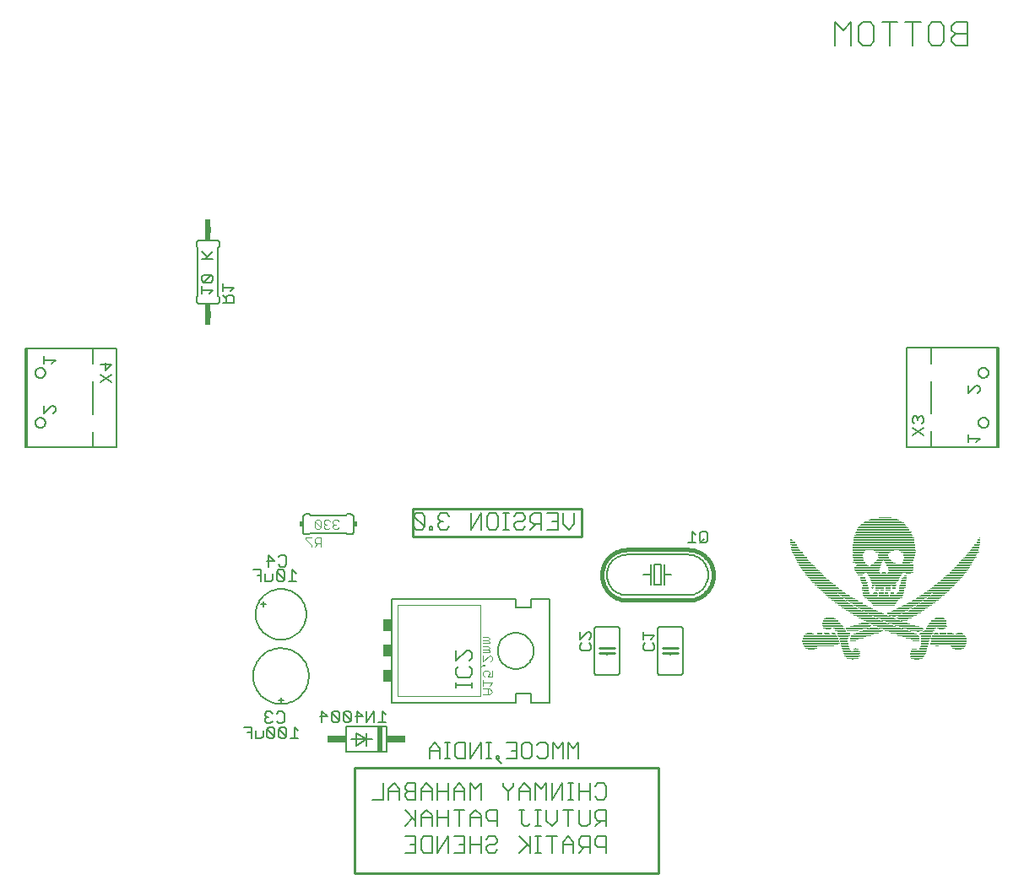
<source format=gbo>
G75*
%MOIN*%
%OFA0B0*%
%FSLAX24Y24*%
%IPPOS*%
%LPD*%
%AMOC8*
5,1,8,0,0,1.08239X$1,22.5*
%
%ADD10C,0.0080*%
%ADD11C,0.0060*%
%ADD12C,0.0100*%
%ADD13R,0.0066X0.0033*%
%ADD14R,0.0167X0.0033*%
%ADD15R,0.0334X0.0033*%
%ADD16R,0.0367X0.0033*%
%ADD17R,0.0466X0.0033*%
%ADD18R,0.0467X0.0033*%
%ADD19R,0.0500X0.0033*%
%ADD20R,0.0533X0.0033*%
%ADD21R,0.0567X0.0033*%
%ADD22R,0.0566X0.0033*%
%ADD23R,0.0600X0.0033*%
%ADD24R,0.0566X0.0033*%
%ADD25R,0.0600X0.0033*%
%ADD26R,0.0634X0.0033*%
%ADD27R,0.0633X0.0033*%
%ADD28R,0.0634X0.0033*%
%ADD29R,0.0633X0.0033*%
%ADD30R,0.0300X0.0033*%
%ADD31R,0.0233X0.0033*%
%ADD32R,0.0333X0.0033*%
%ADD33R,0.0233X0.0033*%
%ADD34R,0.0234X0.0033*%
%ADD35R,0.0267X0.0033*%
%ADD36R,0.0333X0.0033*%
%ADD37R,0.0033X0.0033*%
%ADD38R,0.0400X0.0033*%
%ADD39R,0.0434X0.0033*%
%ADD40R,0.0300X0.0033*%
%ADD41R,0.0266X0.0033*%
%ADD42R,0.0266X0.0033*%
%ADD43R,0.1200X0.0033*%
%ADD44R,0.0267X0.0033*%
%ADD45R,0.0133X0.0033*%
%ADD46R,0.1400X0.0033*%
%ADD47R,0.1434X0.0033*%
%ADD48R,0.1434X0.0033*%
%ADD49R,0.1433X0.0033*%
%ADD50R,0.1467X0.0033*%
%ADD51R,0.1433X0.0033*%
%ADD52R,0.0133X0.0033*%
%ADD53R,0.0366X0.0033*%
%ADD54R,0.0433X0.0033*%
%ADD55R,0.0466X0.0033*%
%ADD56R,0.1367X0.0033*%
%ADD57R,0.1367X0.0033*%
%ADD58R,0.0366X0.0033*%
%ADD59R,0.0533X0.0033*%
%ADD60R,0.0367X0.0033*%
%ADD61R,0.1333X0.0033*%
%ADD62R,0.0666X0.0033*%
%ADD63R,0.1334X0.0033*%
%ADD64R,0.1300X0.0033*%
%ADD65R,0.0434X0.0033*%
%ADD66R,0.0700X0.0033*%
%ADD67R,0.0733X0.0033*%
%ADD68R,0.1267X0.0033*%
%ADD69R,0.0766X0.0033*%
%ADD70R,0.0800X0.0033*%
%ADD71R,0.0433X0.0033*%
%ADD72R,0.0500X0.0033*%
%ADD73R,0.0400X0.0033*%
%ADD74R,0.0166X0.0033*%
%ADD75R,0.0800X0.0033*%
%ADD76R,0.0833X0.0033*%
%ADD77R,0.0200X0.0033*%
%ADD78R,0.0134X0.0033*%
%ADD79R,0.0100X0.0033*%
%ADD80R,0.0866X0.0033*%
%ADD81R,0.0867X0.0033*%
%ADD82R,0.0067X0.0033*%
%ADD83R,0.0866X0.0033*%
%ADD84R,0.0834X0.0033*%
%ADD85R,0.0100X0.0033*%
%ADD86R,0.0700X0.0033*%
%ADD87R,0.0767X0.0033*%
%ADD88R,0.0667X0.0033*%
%ADD89R,0.0734X0.0033*%
%ADD90R,0.0334X0.0033*%
%ADD91R,0.0767X0.0033*%
%ADD92R,0.0166X0.0033*%
%ADD93R,0.0734X0.0033*%
%ADD94R,0.0567X0.0033*%
%ADD95R,0.0733X0.0033*%
%ADD96R,0.0667X0.0033*%
%ADD97R,0.0067X0.0033*%
%ADD98R,0.0534X0.0033*%
%ADD99R,0.0534X0.0033*%
%ADD100R,0.0467X0.0033*%
%ADD101R,0.0933X0.0033*%
%ADD102R,0.1033X0.0033*%
%ADD103R,0.1100X0.0033*%
%ADD104R,0.1134X0.0033*%
%ADD105R,0.1500X0.0033*%
%ADD106R,0.0167X0.0033*%
%ADD107R,0.0200X0.0033*%
%ADD108R,0.0867X0.0033*%
%ADD109R,0.0134X0.0033*%
%ADD110R,0.0066X0.0033*%
%ADD111R,0.0833X0.0033*%
%ADD112R,0.0234X0.0033*%
%ADD113R,0.0766X0.0033*%
%ADD114R,0.0900X0.0033*%
%ADD115R,0.0967X0.0033*%
%ADD116R,0.1000X0.0033*%
%ADD117R,0.1034X0.0033*%
%ADD118R,0.1133X0.0033*%
%ADD119R,0.1166X0.0033*%
%ADD120R,0.1234X0.0033*%
%ADD121R,0.1267X0.0033*%
%ADD122R,0.1333X0.0033*%
%ADD123R,0.0900X0.0033*%
%ADD124R,0.0967X0.0033*%
%ADD125R,0.0934X0.0033*%
%ADD126R,0.1000X0.0033*%
%ADD127R,0.1033X0.0033*%
%ADD128R,0.1067X0.0033*%
%ADD129R,0.2467X0.0033*%
%ADD130R,0.2467X0.0033*%
%ADD131R,0.2433X0.0033*%
%ADD132R,0.2433X0.0033*%
%ADD133R,0.2367X0.0033*%
%ADD134R,0.2367X0.0033*%
%ADD135R,0.2300X0.0033*%
%ADD136R,0.2300X0.0033*%
%ADD137R,0.2233X0.0033*%
%ADD138R,0.2233X0.0033*%
%ADD139R,0.2200X0.0033*%
%ADD140R,0.2167X0.0033*%
%ADD141R,0.2134X0.0033*%
%ADD142R,0.2066X0.0033*%
%ADD143R,0.2000X0.0033*%
%ADD144R,0.1967X0.0033*%
%ADD145R,0.1900X0.0033*%
%ADD146R,0.1833X0.0033*%
%ADD147R,0.1800X0.0033*%
%ADD148R,0.1734X0.0033*%
%ADD149R,0.1666X0.0033*%
%ADD150R,0.1567X0.0033*%
%ADD151R,0.1466X0.0033*%
%ADD152R,0.1233X0.0033*%
%ADD153C,0.0050*%
%ADD154C,0.0020*%
%ADD155C,0.0070*%
%ADD156C,0.0040*%
%ADD157R,0.0350X0.0500*%
%ADD158C,0.0160*%
%ADD159C,0.0240*%
%ADD160R,0.0240X0.0340*%
%ADD161R,0.0150X0.0200*%
%ADD162R,0.0200X0.1000*%
%ADD163R,0.0750X0.0300*%
D10*
X032614Y033518D02*
X032614Y034439D01*
X032921Y034132D01*
X033228Y034439D01*
X033228Y033518D01*
X033535Y033671D02*
X033535Y034285D01*
X033688Y034439D01*
X033995Y034439D01*
X034149Y034285D01*
X034149Y033671D01*
X033995Y033518D01*
X033688Y033518D01*
X033535Y033671D01*
X034455Y034439D02*
X035069Y034439D01*
X034762Y034439D02*
X034762Y033518D01*
X035376Y034439D02*
X035990Y034439D01*
X035683Y034439D02*
X035683Y033518D01*
X036297Y033671D02*
X036297Y034285D01*
X036450Y034439D01*
X036757Y034439D01*
X036911Y034285D01*
X036911Y033671D01*
X036757Y033518D01*
X036450Y033518D01*
X036297Y033671D01*
X037218Y033671D02*
X037371Y033518D01*
X037832Y033518D01*
X037832Y034439D01*
X037371Y034439D01*
X037218Y034285D01*
X037218Y034132D01*
X037371Y033978D01*
X037832Y033978D01*
X037371Y033978D02*
X037218Y033825D01*
X037218Y033671D01*
D11*
X036390Y021566D02*
X035450Y021566D01*
X035450Y017636D01*
X036390Y017636D01*
X038990Y017636D01*
X039070Y017636D01*
X039070Y021566D01*
X038990Y021566D01*
X036390Y021566D01*
X036390Y020936D01*
X036390Y020236D02*
X036390Y018966D01*
X036390Y018266D02*
X036390Y017636D01*
X038270Y018616D02*
X038272Y018644D01*
X038278Y018671D01*
X038287Y018697D01*
X038300Y018722D01*
X038317Y018745D01*
X038336Y018765D01*
X038358Y018782D01*
X038382Y018796D01*
X038408Y018806D01*
X038435Y018813D01*
X038463Y018816D01*
X038491Y018815D01*
X038518Y018810D01*
X038545Y018801D01*
X038570Y018789D01*
X038593Y018774D01*
X038614Y018755D01*
X038632Y018734D01*
X038647Y018710D01*
X038658Y018684D01*
X038666Y018658D01*
X038670Y018630D01*
X038670Y018602D01*
X038666Y018574D01*
X038658Y018548D01*
X038647Y018522D01*
X038632Y018498D01*
X038614Y018477D01*
X038593Y018458D01*
X038570Y018443D01*
X038545Y018431D01*
X038518Y018422D01*
X038491Y018417D01*
X038463Y018416D01*
X038435Y018419D01*
X038408Y018426D01*
X038382Y018436D01*
X038358Y018450D01*
X038336Y018467D01*
X038317Y018487D01*
X038300Y018510D01*
X038287Y018535D01*
X038278Y018561D01*
X038272Y018588D01*
X038270Y018616D01*
X038990Y017636D02*
X038990Y021566D01*
X038270Y020586D02*
X038272Y020614D01*
X038278Y020641D01*
X038287Y020667D01*
X038300Y020692D01*
X038317Y020715D01*
X038336Y020735D01*
X038358Y020752D01*
X038382Y020766D01*
X038408Y020776D01*
X038435Y020783D01*
X038463Y020786D01*
X038491Y020785D01*
X038518Y020780D01*
X038545Y020771D01*
X038570Y020759D01*
X038593Y020744D01*
X038614Y020725D01*
X038632Y020704D01*
X038647Y020680D01*
X038658Y020654D01*
X038666Y020628D01*
X038670Y020600D01*
X038670Y020572D01*
X038666Y020544D01*
X038658Y020518D01*
X038647Y020492D01*
X038632Y020468D01*
X038614Y020447D01*
X038593Y020428D01*
X038570Y020413D01*
X038545Y020401D01*
X038518Y020392D01*
X038491Y020387D01*
X038463Y020386D01*
X038435Y020389D01*
X038408Y020396D01*
X038382Y020406D01*
X038358Y020420D01*
X038336Y020437D01*
X038317Y020457D01*
X038300Y020480D01*
X038287Y020505D01*
X038278Y020531D01*
X038272Y020558D01*
X038270Y020586D01*
X026800Y013400D02*
X024400Y013400D01*
X024344Y013398D01*
X024289Y013392D01*
X024234Y013383D01*
X024179Y013369D01*
X024126Y013352D01*
X024075Y013331D01*
X024024Y013306D01*
X023976Y013278D01*
X023930Y013247D01*
X023886Y013213D01*
X023844Y013175D01*
X023805Y013135D01*
X023770Y013093D01*
X023737Y013047D01*
X023707Y013000D01*
X023681Y012951D01*
X023658Y012900D01*
X023639Y012847D01*
X023624Y012794D01*
X023612Y012739D01*
X023604Y012684D01*
X023600Y012628D01*
X023600Y012572D01*
X023604Y012516D01*
X023612Y012461D01*
X023624Y012406D01*
X023639Y012353D01*
X023658Y012300D01*
X023681Y012249D01*
X023707Y012200D01*
X023737Y012153D01*
X023770Y012107D01*
X023805Y012065D01*
X023844Y012025D01*
X023886Y011987D01*
X023930Y011953D01*
X023976Y011922D01*
X024024Y011894D01*
X024075Y011869D01*
X024126Y011848D01*
X024179Y011831D01*
X024234Y011817D01*
X024289Y011808D01*
X024344Y011802D01*
X024400Y011800D01*
X026800Y011800D01*
X026856Y011802D01*
X026911Y011808D01*
X026966Y011817D01*
X027021Y011831D01*
X027074Y011848D01*
X027125Y011869D01*
X027176Y011894D01*
X027224Y011922D01*
X027270Y011953D01*
X027314Y011987D01*
X027356Y012025D01*
X027395Y012065D01*
X027430Y012107D01*
X027463Y012153D01*
X027493Y012200D01*
X027519Y012249D01*
X027542Y012300D01*
X027561Y012353D01*
X027576Y012406D01*
X027588Y012461D01*
X027596Y012516D01*
X027600Y012572D01*
X027600Y012628D01*
X027596Y012684D01*
X027588Y012739D01*
X027576Y012794D01*
X027561Y012847D01*
X027542Y012900D01*
X027519Y012951D01*
X027493Y013000D01*
X027463Y013047D01*
X027430Y013093D01*
X027395Y013135D01*
X027356Y013175D01*
X027314Y013213D01*
X027270Y013247D01*
X027224Y013278D01*
X027176Y013306D01*
X027125Y013331D01*
X027074Y013352D01*
X027021Y013369D01*
X026966Y013383D01*
X026911Y013392D01*
X026856Y013398D01*
X026800Y013400D01*
X025870Y013000D02*
X025870Y012600D01*
X025870Y012200D01*
X025730Y012200D02*
X025480Y012200D01*
X025480Y013000D01*
X025730Y013000D01*
X025730Y012200D01*
X025330Y012200D02*
X025330Y012600D01*
X025050Y012600D01*
X025330Y012600D02*
X025330Y013000D01*
X025870Y012600D02*
X026150Y012600D01*
X026500Y010550D02*
X025700Y010550D01*
X025683Y010548D01*
X025666Y010544D01*
X025650Y010537D01*
X025636Y010527D01*
X025623Y010514D01*
X025613Y010500D01*
X025606Y010484D01*
X025602Y010467D01*
X025600Y010450D01*
X025600Y008750D01*
X025602Y008733D01*
X025606Y008716D01*
X025613Y008700D01*
X025623Y008686D01*
X025636Y008673D01*
X025650Y008663D01*
X025666Y008656D01*
X025683Y008652D01*
X025700Y008650D01*
X026500Y008650D01*
X026517Y008652D01*
X026534Y008656D01*
X026550Y008663D01*
X026564Y008673D01*
X026577Y008686D01*
X026587Y008700D01*
X026594Y008716D01*
X026598Y008733D01*
X026600Y008750D01*
X026600Y010450D01*
X026598Y010467D01*
X026594Y010484D01*
X026587Y010500D01*
X026577Y010514D01*
X026564Y010527D01*
X026550Y010537D01*
X026534Y010544D01*
X026517Y010548D01*
X026500Y010550D01*
X026100Y009750D02*
X026100Y009700D01*
X026100Y009500D02*
X026100Y009450D01*
X024100Y008750D02*
X024100Y010450D01*
X024098Y010467D01*
X024094Y010484D01*
X024087Y010500D01*
X024077Y010514D01*
X024064Y010527D01*
X024050Y010537D01*
X024034Y010544D01*
X024017Y010548D01*
X024000Y010550D01*
X023200Y010550D01*
X023183Y010548D01*
X023166Y010544D01*
X023150Y010537D01*
X023136Y010527D01*
X023123Y010514D01*
X023113Y010500D01*
X023106Y010484D01*
X023102Y010467D01*
X023100Y010450D01*
X023100Y008750D01*
X023102Y008733D01*
X023106Y008716D01*
X023113Y008700D01*
X023123Y008686D01*
X023136Y008673D01*
X023150Y008663D01*
X023166Y008656D01*
X023183Y008652D01*
X023200Y008650D01*
X024000Y008650D01*
X024017Y008652D01*
X024034Y008656D01*
X024050Y008663D01*
X024064Y008673D01*
X024077Y008686D01*
X024087Y008700D01*
X024094Y008716D01*
X024098Y008733D01*
X024100Y008750D01*
X023600Y009450D02*
X023600Y009500D01*
X023600Y009700D02*
X023600Y009750D01*
X021350Y011650D02*
X021350Y007550D01*
X020600Y007550D01*
X020600Y007900D01*
X020000Y007900D01*
X020000Y007550D01*
X015100Y007550D01*
X015100Y011650D01*
X020000Y011650D01*
X020000Y011300D01*
X020600Y011300D01*
X020600Y011650D01*
X021350Y011650D01*
X019290Y009600D02*
X019292Y009653D01*
X019298Y009706D01*
X019308Y009758D01*
X019322Y009809D01*
X019339Y009859D01*
X019360Y009908D01*
X019385Y009955D01*
X019413Y010000D01*
X019445Y010043D01*
X019480Y010083D01*
X019517Y010120D01*
X019557Y010155D01*
X019600Y010187D01*
X019645Y010215D01*
X019692Y010240D01*
X019741Y010261D01*
X019791Y010278D01*
X019842Y010292D01*
X019894Y010302D01*
X019947Y010308D01*
X020000Y010310D01*
X020053Y010308D01*
X020106Y010302D01*
X020158Y010292D01*
X020209Y010278D01*
X020259Y010261D01*
X020308Y010240D01*
X020355Y010215D01*
X020400Y010187D01*
X020443Y010155D01*
X020483Y010120D01*
X020520Y010083D01*
X020555Y010043D01*
X020587Y010000D01*
X020615Y009955D01*
X020640Y009908D01*
X020661Y009859D01*
X020678Y009809D01*
X020692Y009758D01*
X020702Y009706D01*
X020708Y009653D01*
X020710Y009600D01*
X020708Y009547D01*
X020702Y009494D01*
X020692Y009442D01*
X020678Y009391D01*
X020661Y009341D01*
X020640Y009292D01*
X020615Y009245D01*
X020587Y009200D01*
X020555Y009157D01*
X020520Y009117D01*
X020483Y009080D01*
X020443Y009045D01*
X020400Y009013D01*
X020355Y008985D01*
X020308Y008960D01*
X020259Y008939D01*
X020209Y008922D01*
X020158Y008908D01*
X020106Y008898D01*
X020053Y008892D01*
X020000Y008890D01*
X019947Y008892D01*
X019894Y008898D01*
X019842Y008908D01*
X019791Y008922D01*
X019741Y008939D01*
X019692Y008960D01*
X019645Y008985D01*
X019600Y009013D01*
X019557Y009045D01*
X019517Y009080D01*
X019480Y009117D01*
X019445Y009157D01*
X019413Y009200D01*
X019385Y009245D01*
X019360Y009292D01*
X019339Y009341D01*
X019322Y009391D01*
X019308Y009442D01*
X019298Y009494D01*
X019292Y009547D01*
X019290Y009600D01*
X014900Y006600D02*
X014900Y005600D01*
X013300Y005600D01*
X013300Y006600D01*
X014900Y006600D01*
X014350Y006100D02*
X014100Y006100D01*
X014100Y005850D01*
X014100Y006100D02*
X013700Y006350D01*
X013700Y005850D01*
X014100Y006100D01*
X014100Y006350D01*
X014100Y006100D02*
X013500Y006100D01*
X014761Y004371D02*
X014761Y003730D01*
X014334Y003730D01*
X014979Y003730D02*
X014979Y004157D01*
X015192Y004371D01*
X015406Y004157D01*
X015406Y003730D01*
X015623Y003837D02*
X015730Y003730D01*
X016050Y003730D01*
X016050Y004371D01*
X015730Y004371D01*
X015623Y004264D01*
X015623Y004157D01*
X015730Y004050D01*
X016050Y004050D01*
X016268Y004050D02*
X016695Y004050D01*
X016695Y004157D02*
X016481Y004371D01*
X016268Y004157D01*
X016268Y003730D01*
X016695Y003730D02*
X016695Y004157D01*
X016912Y004050D02*
X017339Y004050D01*
X017557Y004050D02*
X017984Y004050D01*
X017984Y004157D02*
X017770Y004371D01*
X017557Y004157D01*
X017557Y003730D01*
X017339Y003730D02*
X017339Y004371D01*
X016912Y004371D02*
X016912Y003730D01*
X016912Y003321D02*
X016912Y002680D01*
X016695Y002680D02*
X016695Y003107D01*
X016481Y003321D01*
X016268Y003107D01*
X016268Y002680D01*
X016050Y002680D02*
X016050Y003321D01*
X015943Y003000D02*
X015623Y002680D01*
X015623Y002271D02*
X016050Y002271D01*
X016050Y001630D01*
X015623Y001630D01*
X015837Y001950D02*
X016050Y001950D01*
X016268Y001737D02*
X016268Y002164D01*
X016375Y002271D01*
X016695Y002271D01*
X016695Y001630D01*
X016375Y001630D01*
X016268Y001737D01*
X016912Y001630D02*
X016912Y002271D01*
X017339Y002271D02*
X016912Y001630D01*
X017339Y001630D02*
X017339Y002271D01*
X017557Y002271D02*
X017984Y002271D01*
X017984Y001630D01*
X017557Y001630D01*
X017770Y001950D02*
X017984Y001950D01*
X018201Y001950D02*
X018628Y001950D01*
X018846Y001844D02*
X018846Y001737D01*
X018953Y001630D01*
X019166Y001630D01*
X019273Y001737D01*
X019166Y001950D02*
X018953Y001950D01*
X018846Y001844D01*
X018628Y001630D02*
X018628Y002271D01*
X018846Y002164D02*
X018953Y002271D01*
X019166Y002271D01*
X019273Y002164D01*
X019273Y002057D01*
X019166Y001950D01*
X019273Y002680D02*
X019273Y003321D01*
X018953Y003321D01*
X018846Y003214D01*
X018846Y003000D01*
X018953Y002894D01*
X019273Y002894D01*
X018628Y003000D02*
X018201Y003000D01*
X018201Y003107D02*
X018201Y002680D01*
X018201Y002271D02*
X018201Y001630D01*
X018628Y002680D02*
X018628Y003107D01*
X018415Y003321D01*
X018201Y003107D01*
X017984Y003321D02*
X017557Y003321D01*
X017770Y003321D02*
X017770Y002680D01*
X017339Y002680D02*
X017339Y003321D01*
X017339Y003000D02*
X016912Y003000D01*
X016695Y003000D02*
X016268Y003000D01*
X016050Y002894D02*
X015623Y003321D01*
X015623Y003837D02*
X015623Y003944D01*
X015730Y004050D01*
X015406Y004050D02*
X014979Y004050D01*
X017984Y004157D02*
X017984Y003730D01*
X018201Y003730D02*
X018201Y004371D01*
X018415Y004157D01*
X018628Y004371D01*
X018628Y003730D01*
X019491Y004264D02*
X019491Y004371D01*
X019491Y004264D02*
X019704Y004050D01*
X019704Y003730D01*
X019704Y004050D02*
X019918Y004264D01*
X019918Y004371D01*
X020135Y004157D02*
X020135Y003730D01*
X020135Y004050D02*
X020562Y004050D01*
X020562Y004157D02*
X020349Y004371D01*
X020135Y004157D01*
X020562Y004157D02*
X020562Y003730D01*
X020780Y003730D02*
X020780Y004371D01*
X020993Y004157D01*
X021207Y004371D01*
X021207Y003730D01*
X021424Y003730D02*
X021424Y004371D01*
X021851Y004371D02*
X021424Y003730D01*
X021851Y003730D02*
X021851Y004371D01*
X022067Y004371D02*
X022281Y004371D01*
X022174Y004371D02*
X022174Y003730D01*
X022281Y003730D02*
X022067Y003730D01*
X022067Y003321D02*
X022067Y002680D01*
X022067Y002271D02*
X021854Y002057D01*
X021854Y001630D01*
X021854Y001950D02*
X022281Y001950D01*
X022281Y002057D02*
X022281Y001630D01*
X022498Y001630D02*
X022712Y001844D01*
X022605Y001844D02*
X022925Y001844D01*
X022925Y001630D02*
X022925Y002271D01*
X022605Y002271D01*
X022498Y002164D01*
X022498Y001950D01*
X022605Y001844D01*
X022281Y002057D02*
X022067Y002271D01*
X021636Y002271D02*
X021209Y002271D01*
X021423Y002271D02*
X021423Y001630D01*
X020992Y001630D02*
X020778Y001630D01*
X020885Y001630D02*
X020885Y002271D01*
X020992Y002271D02*
X020778Y002271D01*
X020562Y002271D02*
X020562Y001630D01*
X020562Y001844D02*
X020135Y002271D01*
X020455Y001950D02*
X020135Y001630D01*
X020349Y002680D02*
X020242Y002787D01*
X020242Y003321D01*
X020349Y003321D02*
X020135Y003321D01*
X020562Y002787D02*
X020455Y002680D01*
X020349Y002680D01*
X020778Y002680D02*
X020992Y002680D01*
X020885Y002680D02*
X020885Y003321D01*
X020992Y003321D02*
X020778Y003321D01*
X021209Y003321D02*
X021209Y002894D01*
X021423Y002680D01*
X021636Y002894D01*
X021636Y003321D01*
X021854Y003321D02*
X022281Y003321D01*
X022498Y003321D02*
X022498Y002787D01*
X022605Y002680D01*
X022819Y002680D01*
X022925Y002787D01*
X022925Y003321D01*
X023143Y003214D02*
X023143Y003000D01*
X023250Y002894D01*
X023570Y002894D01*
X023356Y002894D02*
X023143Y002680D01*
X023250Y002271D02*
X023143Y002164D01*
X023143Y001950D01*
X023250Y001844D01*
X023570Y001844D01*
X023570Y001630D02*
X023570Y002271D01*
X023250Y002271D01*
X023570Y002680D02*
X023570Y003321D01*
X023250Y003321D01*
X023143Y003214D01*
X023250Y003730D02*
X023143Y003837D01*
X023250Y003730D02*
X023463Y003730D01*
X023570Y003837D01*
X023570Y004264D01*
X023463Y004371D01*
X023250Y004371D01*
X023143Y004264D01*
X022925Y004371D02*
X022925Y003730D01*
X022925Y004050D02*
X022498Y004050D01*
X022498Y003730D02*
X022498Y004371D01*
X013500Y014200D02*
X013350Y014200D01*
X013300Y014250D01*
X011900Y014250D01*
X011850Y014200D01*
X011700Y014200D01*
X011683Y014202D01*
X011666Y014206D01*
X011650Y014213D01*
X011636Y014223D01*
X011623Y014236D01*
X011613Y014250D01*
X011606Y014266D01*
X011602Y014283D01*
X011600Y014300D01*
X011600Y014900D01*
X011602Y014917D01*
X011606Y014934D01*
X011613Y014950D01*
X011623Y014964D01*
X011636Y014977D01*
X011650Y014987D01*
X011666Y014994D01*
X011683Y014998D01*
X011700Y015000D01*
X011850Y015000D01*
X011900Y014950D01*
X013300Y014950D01*
X013350Y015000D01*
X013500Y015000D01*
X013517Y014998D01*
X013534Y014994D01*
X013550Y014987D01*
X013564Y014977D01*
X013577Y014964D01*
X013587Y014950D01*
X013594Y014934D01*
X013598Y014917D01*
X013600Y014900D01*
X013600Y014300D01*
X013598Y014283D01*
X013594Y014266D01*
X013587Y014250D01*
X013577Y014236D01*
X013564Y014223D01*
X013550Y014213D01*
X013534Y014206D01*
X013517Y014202D01*
X013500Y014200D01*
X015968Y014505D02*
X016075Y014399D01*
X016288Y014399D01*
X016395Y014505D01*
X015968Y014932D01*
X015968Y014505D01*
X016395Y014505D02*
X016395Y014932D01*
X016288Y015039D01*
X016075Y015039D01*
X015968Y014932D01*
X016610Y014505D02*
X016610Y014399D01*
X016717Y014399D01*
X016717Y014505D01*
X016610Y014505D01*
X016935Y014505D02*
X017041Y014399D01*
X017255Y014399D01*
X017362Y014505D01*
X017148Y014719D02*
X017041Y014719D01*
X016935Y014612D01*
X016935Y014505D01*
X017041Y014719D02*
X016935Y014826D01*
X016935Y014932D01*
X017041Y015039D01*
X017255Y015039D01*
X017362Y014932D01*
X018224Y015039D02*
X018224Y014399D01*
X018651Y015039D01*
X018651Y014399D01*
X018868Y014505D02*
X018868Y014932D01*
X018975Y015039D01*
X019189Y015039D01*
X019295Y014932D01*
X019295Y014505D01*
X019189Y014399D01*
X018975Y014399D01*
X018868Y014505D01*
X019512Y014399D02*
X019725Y014399D01*
X019618Y014399D02*
X019618Y015039D01*
X019512Y015039D02*
X019725Y015039D01*
X019943Y014932D02*
X020049Y015039D01*
X020263Y015039D01*
X020370Y014932D01*
X020370Y014826D01*
X020263Y014719D01*
X020049Y014719D01*
X019943Y014612D01*
X019943Y014505D01*
X020049Y014399D01*
X020263Y014399D01*
X020370Y014505D01*
X020587Y014399D02*
X020801Y014612D01*
X020694Y014612D02*
X021014Y014612D01*
X021014Y014399D02*
X021014Y015039D01*
X020694Y015039D01*
X020587Y014932D01*
X020587Y014719D01*
X020694Y014612D01*
X021232Y014399D02*
X021659Y014399D01*
X021659Y015039D01*
X021232Y015039D01*
X021445Y014719D02*
X021659Y014719D01*
X021876Y014612D02*
X021876Y015039D01*
X021876Y014612D02*
X022090Y014399D01*
X022303Y014612D01*
X022303Y015039D01*
X009730Y011045D02*
X009732Y011108D01*
X009738Y011170D01*
X009748Y011232D01*
X009761Y011294D01*
X009779Y011354D01*
X009800Y011413D01*
X009825Y011471D01*
X009854Y011527D01*
X009886Y011581D01*
X009921Y011633D01*
X009959Y011682D01*
X010001Y011730D01*
X010045Y011774D01*
X010093Y011816D01*
X010142Y011854D01*
X010194Y011889D01*
X010248Y011921D01*
X010304Y011950D01*
X010362Y011975D01*
X010421Y011996D01*
X010481Y012014D01*
X010543Y012027D01*
X010605Y012037D01*
X010667Y012043D01*
X010730Y012045D01*
X010793Y012043D01*
X010855Y012037D01*
X010917Y012027D01*
X010979Y012014D01*
X011039Y011996D01*
X011098Y011975D01*
X011156Y011950D01*
X011212Y011921D01*
X011266Y011889D01*
X011318Y011854D01*
X011367Y011816D01*
X011415Y011774D01*
X011459Y011730D01*
X011501Y011682D01*
X011539Y011633D01*
X011574Y011581D01*
X011606Y011527D01*
X011635Y011471D01*
X011660Y011413D01*
X011681Y011354D01*
X011699Y011294D01*
X011712Y011232D01*
X011722Y011170D01*
X011728Y011108D01*
X011730Y011045D01*
X011728Y010982D01*
X011722Y010920D01*
X011712Y010858D01*
X011699Y010796D01*
X011681Y010736D01*
X011660Y010677D01*
X011635Y010619D01*
X011606Y010563D01*
X011574Y010509D01*
X011539Y010457D01*
X011501Y010408D01*
X011459Y010360D01*
X011415Y010316D01*
X011367Y010274D01*
X011318Y010236D01*
X011266Y010201D01*
X011212Y010169D01*
X011156Y010140D01*
X011098Y010115D01*
X011039Y010094D01*
X010979Y010076D01*
X010917Y010063D01*
X010855Y010053D01*
X010793Y010047D01*
X010730Y010045D01*
X010667Y010047D01*
X010605Y010053D01*
X010543Y010063D01*
X010481Y010076D01*
X010421Y010094D01*
X010362Y010115D01*
X010304Y010140D01*
X010248Y010169D01*
X010194Y010201D01*
X010142Y010236D01*
X010093Y010274D01*
X010045Y010316D01*
X010001Y010360D01*
X009959Y010408D01*
X009921Y010457D01*
X009886Y010509D01*
X009854Y010563D01*
X009825Y010619D01*
X009800Y010677D01*
X009779Y010736D01*
X009761Y010796D01*
X009748Y010858D01*
X009738Y010920D01*
X009732Y010982D01*
X009730Y011045D01*
X010030Y011345D02*
X010030Y011545D01*
X010130Y011445D02*
X009930Y011445D01*
X009630Y008604D02*
X009632Y008670D01*
X009638Y008735D01*
X009648Y008800D01*
X009661Y008865D01*
X009679Y008928D01*
X009700Y008991D01*
X009725Y009051D01*
X009754Y009111D01*
X009786Y009168D01*
X009821Y009224D01*
X009860Y009277D01*
X009902Y009328D01*
X009946Y009376D01*
X009994Y009421D01*
X010044Y009464D01*
X010097Y009503D01*
X010152Y009540D01*
X010209Y009573D01*
X010268Y009602D01*
X010328Y009628D01*
X010390Y009650D01*
X010453Y009669D01*
X010517Y009683D01*
X010582Y009694D01*
X010648Y009701D01*
X010714Y009704D01*
X010779Y009703D01*
X010845Y009698D01*
X010910Y009689D01*
X010975Y009676D01*
X011038Y009660D01*
X011101Y009640D01*
X011162Y009615D01*
X011222Y009588D01*
X011280Y009557D01*
X011336Y009522D01*
X011390Y009484D01*
X011441Y009443D01*
X011490Y009399D01*
X011536Y009352D01*
X011580Y009303D01*
X011620Y009251D01*
X011657Y009196D01*
X011691Y009140D01*
X011721Y009081D01*
X011748Y009021D01*
X011771Y008960D01*
X011790Y008897D01*
X011806Y008833D01*
X011818Y008768D01*
X011826Y008703D01*
X011830Y008637D01*
X011830Y008571D01*
X011826Y008505D01*
X011818Y008440D01*
X011806Y008375D01*
X011790Y008311D01*
X011771Y008248D01*
X011748Y008187D01*
X011721Y008127D01*
X011691Y008068D01*
X011657Y008012D01*
X011620Y007957D01*
X011580Y007905D01*
X011536Y007856D01*
X011490Y007809D01*
X011441Y007765D01*
X011390Y007724D01*
X011336Y007686D01*
X011280Y007651D01*
X011222Y007620D01*
X011162Y007593D01*
X011101Y007568D01*
X011038Y007548D01*
X010975Y007532D01*
X010910Y007519D01*
X010845Y007510D01*
X010779Y007505D01*
X010714Y007504D01*
X010648Y007507D01*
X010582Y007514D01*
X010517Y007525D01*
X010453Y007539D01*
X010390Y007558D01*
X010328Y007580D01*
X010268Y007606D01*
X010209Y007635D01*
X010152Y007668D01*
X010097Y007705D01*
X010044Y007744D01*
X009994Y007787D01*
X009946Y007832D01*
X009902Y007880D01*
X009860Y007931D01*
X009821Y007984D01*
X009786Y008040D01*
X009754Y008097D01*
X009725Y008157D01*
X009700Y008217D01*
X009679Y008280D01*
X009661Y008343D01*
X009648Y008408D01*
X009638Y008473D01*
X009632Y008538D01*
X009630Y008604D01*
X010630Y007654D02*
X010830Y007654D01*
X010730Y007754D02*
X010730Y007554D01*
X004250Y017634D02*
X003310Y017634D01*
X000710Y017634D01*
X000710Y021564D01*
X000630Y021564D01*
X000630Y017634D01*
X000710Y017634D01*
X001030Y018614D02*
X001032Y018642D01*
X001038Y018669D01*
X001047Y018695D01*
X001060Y018720D01*
X001077Y018743D01*
X001096Y018763D01*
X001118Y018780D01*
X001142Y018794D01*
X001168Y018804D01*
X001195Y018811D01*
X001223Y018814D01*
X001251Y018813D01*
X001278Y018808D01*
X001305Y018799D01*
X001330Y018787D01*
X001353Y018772D01*
X001374Y018753D01*
X001392Y018732D01*
X001407Y018708D01*
X001418Y018682D01*
X001426Y018656D01*
X001430Y018628D01*
X001430Y018600D01*
X001426Y018572D01*
X001418Y018546D01*
X001407Y018520D01*
X001392Y018496D01*
X001374Y018475D01*
X001353Y018456D01*
X001330Y018441D01*
X001305Y018429D01*
X001278Y018420D01*
X001251Y018415D01*
X001223Y018414D01*
X001195Y018417D01*
X001168Y018424D01*
X001142Y018434D01*
X001118Y018448D01*
X001096Y018465D01*
X001077Y018485D01*
X001060Y018508D01*
X001047Y018533D01*
X001038Y018559D01*
X001032Y018586D01*
X001030Y018614D01*
X001030Y020584D02*
X001032Y020612D01*
X001038Y020639D01*
X001047Y020665D01*
X001060Y020690D01*
X001077Y020713D01*
X001096Y020733D01*
X001118Y020750D01*
X001142Y020764D01*
X001168Y020774D01*
X001195Y020781D01*
X001223Y020784D01*
X001251Y020783D01*
X001278Y020778D01*
X001305Y020769D01*
X001330Y020757D01*
X001353Y020742D01*
X001374Y020723D01*
X001392Y020702D01*
X001407Y020678D01*
X001418Y020652D01*
X001426Y020626D01*
X001430Y020598D01*
X001430Y020570D01*
X001426Y020542D01*
X001418Y020516D01*
X001407Y020490D01*
X001392Y020466D01*
X001374Y020445D01*
X001353Y020426D01*
X001330Y020411D01*
X001305Y020399D01*
X001278Y020390D01*
X001251Y020385D01*
X001223Y020384D01*
X001195Y020387D01*
X001168Y020394D01*
X001142Y020404D01*
X001118Y020418D01*
X001096Y020435D01*
X001077Y020455D01*
X001060Y020478D01*
X001047Y020503D01*
X001038Y020529D01*
X001032Y020556D01*
X001030Y020584D01*
X000710Y021564D02*
X003310Y021564D01*
X003310Y020934D01*
X003310Y021564D02*
X004250Y021564D01*
X004250Y017634D01*
X003310Y017634D02*
X003310Y018264D01*
X003310Y018964D02*
X003310Y020234D01*
X007398Y023426D02*
X007398Y023576D01*
X007448Y023626D01*
X007448Y025526D01*
X007398Y025576D01*
X007398Y025726D01*
X007400Y025743D01*
X007404Y025760D01*
X007411Y025776D01*
X007421Y025790D01*
X007434Y025803D01*
X007448Y025813D01*
X007464Y025820D01*
X007481Y025824D01*
X007498Y025826D01*
X008198Y025826D01*
X008215Y025824D01*
X008232Y025820D01*
X008248Y025813D01*
X008262Y025803D01*
X008275Y025790D01*
X008285Y025776D01*
X008292Y025760D01*
X008296Y025743D01*
X008298Y025726D01*
X008298Y025576D01*
X008248Y025526D01*
X008248Y023626D01*
X008298Y023576D01*
X008298Y023426D01*
X008296Y023409D01*
X008292Y023392D01*
X008285Y023376D01*
X008275Y023362D01*
X008262Y023349D01*
X008248Y023339D01*
X008232Y023332D01*
X008215Y023328D01*
X008198Y023326D01*
X007498Y023326D01*
X007481Y023328D01*
X007464Y023332D01*
X007448Y023339D01*
X007434Y023349D01*
X007421Y023362D01*
X007411Y023376D01*
X007404Y023392D01*
X007400Y023409D01*
X007398Y023426D01*
D12*
X015932Y015232D02*
X015932Y014132D01*
X022598Y014132D01*
X022598Y015232D01*
X015932Y015232D01*
X023300Y009700D02*
X023600Y009700D01*
X023900Y009700D01*
X023900Y009500D02*
X023600Y009500D01*
X023300Y009500D01*
X025800Y009500D02*
X026100Y009500D01*
X026400Y009500D01*
X026400Y009700D02*
X026100Y009700D01*
X025800Y009700D01*
X025651Y004982D02*
X025651Y000809D01*
X013643Y000809D01*
X013643Y004982D01*
X025651Y004982D01*
D13*
X033314Y009233D03*
X034114Y012133D03*
X034114Y012166D03*
D14*
X034297Y012133D03*
X034297Y012066D03*
X034297Y012033D03*
X034430Y011866D03*
X034430Y011833D03*
X034430Y011766D03*
X034430Y011733D03*
X034197Y011833D03*
X034497Y012133D03*
X034697Y012133D03*
X034697Y012166D03*
X034697Y012066D03*
X034697Y012033D03*
X034930Y012166D03*
X033697Y012466D03*
X031997Y010266D03*
X033430Y009633D03*
X035730Y009633D03*
X035830Y009233D03*
X036597Y010233D03*
X030930Y013833D03*
X030930Y013866D03*
D15*
X033014Y011766D03*
X032414Y010866D03*
X031614Y010233D03*
X033314Y009266D03*
X038114Y013533D03*
D16*
X036130Y011733D03*
X036030Y011666D03*
X035830Y011533D03*
X036397Y010466D03*
X036330Y010366D03*
X036197Y010133D03*
X036197Y010066D03*
X035830Y009266D03*
X033297Y011566D03*
X033197Y011633D03*
X032797Y010433D03*
X032830Y010366D03*
X034230Y012966D03*
X034797Y013033D03*
X031130Y013466D03*
D17*
X033314Y010399D03*
X033314Y009299D03*
D18*
X032947Y010199D03*
X033747Y011299D03*
X033547Y013099D03*
X033547Y013499D03*
X035547Y013399D03*
X037880Y013199D03*
X037480Y009699D03*
X035847Y009299D03*
D19*
X036197Y010233D03*
X036264Y011466D03*
X036364Y011533D03*
X036397Y011566D03*
X036497Y011633D03*
X036531Y011666D03*
X036597Y011733D03*
X036731Y011833D03*
X035364Y011266D03*
X035297Y011233D03*
X035031Y011733D03*
X033864Y011233D03*
X033797Y011266D03*
X033097Y011333D03*
X032964Y011433D03*
X032897Y011466D03*
X032831Y011533D03*
X032764Y011566D03*
X032697Y011633D03*
X032664Y011666D03*
X032564Y011733D03*
X032531Y011766D03*
X032464Y011833D03*
X032431Y011866D03*
X031431Y013033D03*
X031397Y013066D03*
X033564Y013533D03*
X033697Y012933D03*
X034531Y013466D03*
X035531Y013466D03*
X034597Y014833D03*
X037764Y013033D03*
X037831Y013133D03*
X037864Y013166D03*
X034131Y010433D03*
X032964Y010266D03*
X032964Y010233D03*
X033297Y009333D03*
X031664Y009733D03*
D20*
X033047Y011366D03*
X033247Y011233D03*
X033980Y011166D03*
X034047Y011133D03*
X034947Y011033D03*
X035180Y011166D03*
X035047Y011766D03*
X035980Y011266D03*
X036080Y011333D03*
X037480Y009766D03*
X037480Y009733D03*
X035847Y009333D03*
X034147Y012633D03*
X034547Y013166D03*
X031480Y012966D03*
X037680Y012933D03*
X037780Y013066D03*
D21*
X037630Y012866D03*
X037597Y012833D03*
X035630Y011066D03*
X033997Y011766D03*
X033430Y011133D03*
X033530Y011066D03*
X033597Y011033D03*
X032430Y010766D03*
X033297Y009366D03*
X031497Y012933D03*
D22*
X031564Y012866D03*
X033364Y011166D03*
X031664Y009766D03*
X035864Y009366D03*
X035764Y011133D03*
D23*
X035347Y010899D03*
X034314Y010999D03*
X033847Y010899D03*
X033647Y010999D03*
X033281Y009399D03*
X031614Y012799D03*
X034514Y013499D03*
X037581Y012799D03*
X037481Y009799D03*
D24*
X035864Y009399D03*
X035664Y010099D03*
X035064Y011099D03*
X035864Y011199D03*
X037664Y012899D03*
X033464Y011099D03*
D25*
X033714Y010966D03*
X033781Y010933D03*
X033914Y010866D03*
X034181Y011066D03*
X034247Y011033D03*
X034381Y010966D03*
X034981Y011066D03*
X035414Y010933D03*
X035581Y011033D03*
X036714Y010766D03*
X035881Y009466D03*
X035881Y009433D03*
X033281Y009433D03*
X033281Y009466D03*
X032447Y010733D03*
X031647Y012766D03*
X031581Y012833D03*
X034981Y012633D03*
X037514Y012733D03*
X037547Y012766D03*
D26*
X033264Y009499D03*
D27*
X034030Y010799D03*
X034530Y010899D03*
X035897Y009499D03*
X037397Y012599D03*
X037497Y012699D03*
X031697Y012699D03*
D28*
X031664Y012733D03*
X031764Y012633D03*
X033364Y010433D03*
X033964Y010833D03*
X034164Y010733D03*
X034464Y010933D03*
X035464Y010966D03*
X037464Y012666D03*
X035464Y013533D03*
X033264Y009533D03*
D29*
X033530Y010133D03*
X034097Y010766D03*
X034697Y010833D03*
X035897Y009566D03*
X035897Y009533D03*
X036697Y010733D03*
X037430Y012633D03*
X031730Y012666D03*
D30*
X031064Y013566D03*
X031031Y013633D03*
X032864Y011866D03*
X032897Y011833D03*
X033631Y012633D03*
X034297Y013033D03*
X034697Y013133D03*
X035431Y013066D03*
X035431Y013033D03*
X036264Y011833D03*
X034931Y010966D03*
X036164Y009933D03*
X036164Y009866D03*
X036164Y009833D03*
X036131Y009733D03*
X036097Y009666D03*
X036097Y009633D03*
X037531Y010233D03*
X038131Y013566D03*
X038164Y013633D03*
X032964Y009966D03*
X032964Y009933D03*
X032997Y009866D03*
X032997Y009833D03*
X033031Y009733D03*
X033064Y009633D03*
X033097Y009566D03*
X032331Y010466D03*
D31*
X032297Y010233D03*
X031997Y010233D03*
X033430Y009566D03*
X033830Y011933D03*
X033830Y011966D03*
X033797Y012133D03*
X033797Y012166D03*
X035230Y011966D03*
X035230Y011933D03*
X035297Y012233D03*
X035297Y012266D03*
X035330Y012366D03*
X037530Y010266D03*
X038197Y013733D03*
X030997Y013733D03*
D32*
X031047Y013599D03*
X033880Y011799D03*
X033080Y009599D03*
X036080Y009599D03*
X036180Y009999D03*
X036080Y011699D03*
D33*
X035230Y011899D03*
X035297Y012199D03*
X033797Y012199D03*
X033797Y012099D03*
X033330Y009999D03*
X033430Y009599D03*
X035730Y009599D03*
X038197Y013699D03*
X030997Y013699D03*
D34*
X030964Y013766D03*
X033764Y012266D03*
X034364Y013133D03*
X035264Y012133D03*
X035264Y012066D03*
X036864Y010266D03*
X036864Y010233D03*
X037164Y010233D03*
X031664Y009633D03*
D35*
X033047Y009666D03*
X033780Y010666D03*
X033847Y011833D03*
X033847Y011866D03*
X035180Y011833D03*
X036147Y009766D03*
X037480Y009633D03*
X038180Y013666D03*
D36*
X036180Y011766D03*
X035980Y011633D03*
X036747Y010866D03*
X036180Y010033D03*
X036180Y009966D03*
X035847Y010366D03*
X034147Y010466D03*
X033280Y010366D03*
X033380Y010033D03*
X032947Y010033D03*
X031647Y009666D03*
X033047Y011733D03*
X033147Y011666D03*
X034747Y013066D03*
X031080Y013533D03*
D37*
X034097Y012033D03*
X035630Y013066D03*
X038330Y014033D03*
X033430Y009666D03*
D38*
X032947Y010133D03*
X033747Y010633D03*
X033514Y011433D03*
X033347Y011533D03*
X033681Y012966D03*
X033514Y013266D03*
X033514Y013333D03*
X033514Y013366D03*
X034514Y013366D03*
X034514Y013333D03*
X035514Y013166D03*
X035514Y013133D03*
X035881Y011566D03*
X035714Y011466D03*
X035314Y010833D03*
X036281Y010333D03*
X037481Y009666D03*
X037981Y013333D03*
X038014Y013366D03*
X038047Y013433D03*
X031214Y013333D03*
X031181Y013366D03*
X031147Y013433D03*
D39*
X033564Y011399D03*
X031664Y009699D03*
X036264Y010299D03*
X037964Y013299D03*
D40*
X038131Y013599D03*
X035164Y011799D03*
X034731Y013099D03*
X032964Y011799D03*
X032831Y011899D03*
X032964Y009999D03*
X032997Y009899D03*
X032997Y009799D03*
X033031Y009699D03*
X036164Y009899D03*
D41*
X036114Y009699D03*
X035814Y009999D03*
X033814Y011999D03*
D42*
X033814Y012033D03*
X033814Y012066D03*
X034314Y013066D03*
X035214Y011866D03*
X036814Y010466D03*
X033014Y009766D03*
X031014Y013666D03*
D43*
X034581Y012499D03*
X034514Y011599D03*
X031981Y009799D03*
D44*
X033847Y011899D03*
X034347Y013099D03*
X035347Y010799D03*
X036147Y009799D03*
X037147Y010199D03*
D45*
X036647Y009799D03*
X034647Y011799D03*
X034480Y011999D03*
X034480Y012099D03*
X034280Y011999D03*
X034947Y012099D03*
X035380Y012499D03*
X038280Y013899D03*
D46*
X034547Y011666D03*
X037114Y010033D03*
X037081Y009866D03*
X037081Y009833D03*
X032047Y009833D03*
X032047Y010033D03*
X032047Y010066D03*
D47*
X032064Y009866D03*
D48*
X032064Y009899D03*
D49*
X032030Y009999D03*
X037097Y009999D03*
X037097Y009899D03*
D50*
X032047Y009933D03*
X032047Y009966D03*
D51*
X037097Y009966D03*
X037097Y009933D03*
D52*
X035880Y009966D03*
X034947Y010933D03*
X034880Y011866D03*
X034947Y012033D03*
X034947Y012066D03*
X034947Y012133D03*
X034647Y011866D03*
X034647Y011833D03*
X034480Y012033D03*
X034480Y012066D03*
X034280Y012166D03*
X034547Y012666D03*
X033280Y009966D03*
X032547Y010266D03*
D53*
X032764Y010466D03*
X032864Y010333D03*
X032964Y010066D03*
X035764Y010033D03*
X036364Y010433D03*
X038064Y013466D03*
D54*
X037930Y013266D03*
X035530Y013266D03*
X035530Y013233D03*
X034530Y013233D03*
X034530Y013266D03*
X034530Y013433D03*
X034197Y012933D03*
X033597Y013033D03*
X033530Y013133D03*
X033530Y013166D03*
X033530Y013233D03*
X033530Y013433D03*
X033530Y013466D03*
X033430Y010066D03*
X036197Y010166D03*
X036730Y010833D03*
D55*
X036214Y010266D03*
X035714Y010066D03*
X033614Y011366D03*
X032414Y010833D03*
X031314Y013166D03*
X037914Y013233D03*
D56*
X037097Y010066D03*
D57*
X037097Y010099D03*
X034530Y014699D03*
X032030Y010099D03*
D58*
X032964Y010099D03*
X033664Y012999D03*
X034264Y012999D03*
X031164Y013399D03*
D59*
X031447Y012999D03*
X033147Y011299D03*
X033480Y010099D03*
X035247Y011199D03*
X036180Y011399D03*
X036447Y011599D03*
X037747Y012999D03*
D60*
X038097Y013499D03*
X035930Y011599D03*
X036330Y010399D03*
X036197Y010099D03*
X033097Y011699D03*
X032730Y010499D03*
X032797Y010399D03*
X031097Y013499D03*
D61*
X032047Y010133D03*
D62*
X034314Y010666D03*
X034614Y010866D03*
X035614Y010133D03*
X031914Y012466D03*
X031814Y012566D03*
D63*
X037114Y010133D03*
D64*
X037097Y010166D03*
X034531Y011633D03*
X032031Y010166D03*
D65*
X032964Y010166D03*
X033464Y011466D03*
X033564Y013066D03*
X031264Y013266D03*
X035664Y011433D03*
D66*
X035431Y010566D03*
X035231Y010633D03*
X035131Y010666D03*
X034564Y010566D03*
X034397Y010633D03*
X033697Y010566D03*
X033597Y010166D03*
X032464Y010666D03*
X036664Y010633D03*
X037131Y012333D03*
X037164Y012366D03*
X037231Y012433D03*
X037264Y012466D03*
X037331Y012533D03*
D67*
X037047Y012266D03*
X036647Y010566D03*
X035547Y010166D03*
X034647Y010533D03*
X032480Y010633D03*
X032047Y012333D03*
D68*
X032047Y010199D03*
D69*
X033664Y010199D03*
X036864Y012099D03*
D70*
X036747Y011999D03*
X034981Y010399D03*
X035481Y010199D03*
X032314Y012099D03*
D71*
X031297Y013199D03*
X031230Y013299D03*
X033530Y013199D03*
X034830Y012999D03*
X035530Y013299D03*
X035597Y011399D03*
X034930Y010999D03*
X036197Y010199D03*
X032897Y010299D03*
D72*
X032431Y010799D03*
X032864Y011499D03*
X032997Y011399D03*
X032731Y011599D03*
X032597Y011699D03*
X032497Y011799D03*
X032397Y011899D03*
X031364Y013099D03*
X033931Y011199D03*
X035431Y011299D03*
X035831Y010399D03*
X036731Y010199D03*
X036564Y011699D03*
X036697Y011799D03*
X037797Y013099D03*
X034531Y013199D03*
D73*
X034514Y013299D03*
X034514Y013399D03*
X035481Y013099D03*
X035514Y013199D03*
X035447Y012999D03*
X035781Y011499D03*
X036414Y010499D03*
X037547Y010199D03*
X038014Y013399D03*
X033514Y013399D03*
X033514Y013299D03*
X033247Y011599D03*
X033414Y011499D03*
D74*
X032564Y010233D03*
X034864Y011833D03*
X035364Y012466D03*
X038264Y013833D03*
X038264Y013866D03*
D75*
X036914Y012133D03*
X036781Y012033D03*
X036714Y011966D03*
X033747Y010233D03*
X032514Y011933D03*
X032481Y011966D03*
X032381Y012033D03*
X032347Y012066D03*
D76*
X033830Y010266D03*
X034097Y010366D03*
X035330Y010266D03*
X035430Y010233D03*
D77*
X036814Y010433D03*
X037147Y010266D03*
X035247Y012033D03*
X035281Y012166D03*
X035314Y012333D03*
X035347Y012433D03*
X035514Y012633D03*
X034547Y012633D03*
X033747Y012366D03*
X033747Y012333D03*
X033714Y012433D03*
X033781Y012233D03*
X034647Y011766D03*
X034647Y011733D03*
X032347Y010433D03*
X032281Y010266D03*
X031614Y010266D03*
X038214Y013766D03*
D78*
X036614Y010266D03*
X034514Y012166D03*
X034214Y011866D03*
D79*
X034097Y012099D03*
X033797Y010699D03*
X032264Y010299D03*
D80*
X033914Y010299D03*
D81*
X034547Y011399D03*
X035247Y010299D03*
X034580Y014799D03*
D82*
X034547Y012699D03*
X036880Y010299D03*
X030880Y013999D03*
D83*
X034014Y010333D03*
D84*
X035064Y010366D03*
X035164Y010333D03*
X036664Y011933D03*
D85*
X035397Y012533D03*
X034097Y012066D03*
X035897Y010333D03*
X038297Y013933D03*
X038297Y013966D03*
X030897Y013933D03*
D86*
X031997Y012399D03*
X034131Y010399D03*
X034464Y010599D03*
X035331Y010599D03*
X037197Y012399D03*
X037297Y012499D03*
D87*
X036930Y012166D03*
X036830Y012066D03*
X036630Y010533D03*
X035530Y010533D03*
X034897Y010433D03*
X034797Y010466D03*
X034530Y011366D03*
X033597Y010533D03*
X032530Y010533D03*
X032230Y012166D03*
X034530Y013533D03*
D88*
X034847Y010766D03*
X034947Y010733D03*
X035780Y010433D03*
X036680Y010666D03*
X037380Y012566D03*
X031947Y012433D03*
X031847Y012533D03*
D89*
X032014Y012366D03*
X032114Y012266D03*
X032514Y010566D03*
X033414Y010466D03*
X035714Y010466D03*
X037014Y012233D03*
D90*
X036214Y011799D03*
X036814Y010499D03*
X032314Y010499D03*
D91*
X032497Y010599D03*
X033530Y010499D03*
X032197Y012199D03*
X035630Y010499D03*
D92*
X034164Y010499D03*
D93*
X034714Y010499D03*
D94*
X035530Y010999D03*
X035697Y011099D03*
X033730Y010599D03*
X031530Y012899D03*
X035497Y013499D03*
D95*
X036980Y012199D03*
X037080Y012299D03*
X036647Y010599D03*
X032080Y012299D03*
D96*
X031880Y012499D03*
X031780Y012599D03*
X032447Y010699D03*
X034247Y010699D03*
X034780Y010799D03*
X035047Y010699D03*
X036680Y010699D03*
D97*
X035347Y010766D03*
X030880Y013966D03*
D98*
X033314Y011199D03*
X034114Y011099D03*
X036014Y011299D03*
X036314Y011499D03*
X036714Y010799D03*
D99*
X036214Y011433D03*
X036114Y011366D03*
X035914Y011233D03*
X035814Y011166D03*
X035314Y010866D03*
X035114Y011133D03*
X034014Y011733D03*
X033214Y011266D03*
X037714Y012966D03*
D100*
X036647Y011766D03*
X035547Y011366D03*
X035480Y011333D03*
X033680Y011333D03*
X035547Y013333D03*
X035547Y013366D03*
X035547Y013433D03*
X031347Y013133D03*
X031280Y013233D03*
D101*
X033880Y012766D03*
X033880Y012733D03*
X034547Y012233D03*
X035180Y012666D03*
X034547Y011466D03*
X034547Y011433D03*
D102*
X034530Y011499D03*
X035197Y012899D03*
D103*
X034564Y012366D03*
X034531Y011533D03*
D104*
X034514Y011566D03*
D105*
X034531Y011699D03*
D106*
X034430Y011799D03*
X034197Y011799D03*
X034297Y012099D03*
X034697Y012099D03*
X034697Y011999D03*
X033597Y012599D03*
D107*
X033714Y012399D03*
X034881Y011799D03*
X035247Y011999D03*
X035314Y012299D03*
X035347Y012399D03*
X038247Y013799D03*
X030947Y013799D03*
D108*
X036580Y011866D03*
D109*
X034214Y011899D03*
X030914Y013899D03*
D110*
X033714Y012499D03*
X034914Y011899D03*
X038314Y013999D03*
D111*
X036630Y011899D03*
X032430Y011999D03*
D112*
X033764Y012299D03*
X035264Y012099D03*
D113*
X032264Y012133D03*
X032164Y012233D03*
D114*
X033897Y012699D03*
X034531Y012199D03*
D115*
X034530Y012266D03*
D116*
X034547Y012299D03*
X033881Y012799D03*
X033914Y012899D03*
X035214Y012799D03*
D117*
X034564Y012333D03*
D118*
X034580Y012399D03*
D119*
X034564Y012433D03*
X034564Y012466D03*
D120*
X034564Y012533D03*
D121*
X034580Y012566D03*
D122*
X034580Y012599D03*
D123*
X033931Y012666D03*
D124*
X035197Y012699D03*
D125*
X035214Y012733D03*
D126*
X035214Y012766D03*
X035214Y012833D03*
X033881Y012833D03*
X033881Y012866D03*
D127*
X035197Y012866D03*
D128*
X035180Y012933D03*
X035180Y012966D03*
X034547Y014766D03*
D129*
X034547Y013766D03*
X034547Y013733D03*
X034547Y013666D03*
X034547Y013633D03*
X034547Y013566D03*
D130*
X034547Y013599D03*
X034547Y013699D03*
X034547Y013799D03*
D131*
X034530Y013833D03*
X034530Y013866D03*
X034530Y013933D03*
D132*
X034530Y013899D03*
D133*
X034530Y013966D03*
X034530Y014033D03*
D134*
X034530Y013999D03*
D135*
X034531Y014066D03*
X034531Y014133D03*
D136*
X034531Y014099D03*
D137*
X034530Y014166D03*
D138*
X034530Y014199D03*
D139*
X034514Y014233D03*
D140*
X034530Y014266D03*
D141*
X034514Y014299D03*
D142*
X034514Y014333D03*
X034514Y014366D03*
D143*
X034514Y014399D03*
D144*
X034497Y014433D03*
D145*
X034497Y014466D03*
D146*
X034497Y014499D03*
D147*
X034514Y014533D03*
D148*
X034514Y014566D03*
D149*
X034514Y014599D03*
D150*
X034530Y014633D03*
D151*
X034514Y014666D03*
D152*
X034530Y014733D03*
D153*
X009565Y006366D02*
X009415Y006366D01*
X009565Y006591D02*
X009265Y006591D01*
X009565Y006591D02*
X009565Y006141D01*
X009725Y006141D02*
X009725Y006441D01*
X009725Y006141D02*
X009951Y006141D01*
X010026Y006216D01*
X010026Y006441D01*
X010186Y006516D02*
X010486Y006216D01*
X010411Y006141D01*
X010261Y006141D01*
X010186Y006216D01*
X010186Y006516D01*
X010261Y006591D01*
X010411Y006591D01*
X010486Y006516D01*
X010486Y006216D01*
X010646Y006216D02*
X010721Y006141D01*
X010871Y006141D01*
X010946Y006216D01*
X010646Y006516D01*
X010646Y006216D01*
X010646Y006516D02*
X010721Y006591D01*
X010871Y006591D01*
X010946Y006516D01*
X010946Y006216D01*
X011107Y006141D02*
X011407Y006141D01*
X011257Y006141D02*
X011257Y006591D01*
X011407Y006441D01*
X010856Y006832D02*
X010781Y006756D01*
X010631Y006756D01*
X010555Y006832D01*
X010395Y006832D02*
X010320Y006756D01*
X010170Y006756D01*
X010095Y006832D01*
X010095Y006907D01*
X010170Y006982D01*
X010245Y006982D01*
X010170Y006982D02*
X010095Y007057D01*
X010095Y007132D01*
X010170Y007207D01*
X010320Y007207D01*
X010395Y007132D01*
X010555Y007132D02*
X010631Y007207D01*
X010781Y007207D01*
X010856Y007132D01*
X010856Y006832D01*
X012273Y007000D02*
X012573Y007000D01*
X012348Y007225D01*
X012348Y006775D01*
X012733Y006850D02*
X012733Y007150D01*
X013033Y006850D01*
X012958Y006775D01*
X012808Y006775D01*
X012733Y006850D01*
X012733Y007150D02*
X012808Y007225D01*
X012958Y007225D01*
X013033Y007150D01*
X013033Y006850D01*
X013194Y006850D02*
X013194Y007150D01*
X013494Y006850D01*
X013419Y006775D01*
X013269Y006775D01*
X013194Y006850D01*
X013494Y006850D02*
X013494Y007150D01*
X013419Y007225D01*
X013269Y007225D01*
X013194Y007150D01*
X013654Y007000D02*
X013954Y007000D01*
X013729Y007225D01*
X013729Y006775D01*
X014114Y006775D02*
X014114Y007225D01*
X014415Y007225D02*
X014114Y006775D01*
X014415Y006775D02*
X014415Y007225D01*
X014725Y007225D02*
X014725Y006775D01*
X014875Y006775D02*
X014575Y006775D01*
X014875Y007075D02*
X014725Y007225D01*
X016596Y005765D02*
X016596Y005358D01*
X016596Y005663D02*
X017003Y005663D01*
X017003Y005765D02*
X016800Y005968D01*
X016596Y005765D01*
X017003Y005765D02*
X017003Y005358D01*
X017205Y005358D02*
X017408Y005358D01*
X017307Y005358D02*
X017307Y005968D01*
X017408Y005968D02*
X017205Y005968D01*
X017609Y005867D02*
X017711Y005968D01*
X018016Y005968D01*
X018016Y005358D01*
X017711Y005358D01*
X017609Y005460D01*
X017609Y005867D01*
X018217Y005968D02*
X018217Y005358D01*
X018624Y005968D01*
X018624Y005358D01*
X018826Y005358D02*
X019029Y005358D01*
X018927Y005358D02*
X018927Y005968D01*
X018826Y005968D02*
X019029Y005968D01*
X019635Y005968D02*
X020042Y005968D01*
X020042Y005358D01*
X019635Y005358D01*
X019434Y005154D02*
X019231Y005358D01*
X019332Y005358D01*
X019332Y005460D01*
X019231Y005460D01*
X019231Y005358D01*
X019838Y005663D02*
X020042Y005663D01*
X020243Y005460D02*
X020243Y005867D01*
X020344Y005968D01*
X020548Y005968D01*
X020650Y005867D01*
X020650Y005460D01*
X020548Y005358D01*
X020344Y005358D01*
X020243Y005460D01*
X020850Y005460D02*
X020952Y005358D01*
X021156Y005358D01*
X021257Y005460D01*
X021257Y005867D01*
X021156Y005968D01*
X020952Y005968D01*
X020850Y005867D01*
X021458Y005968D02*
X021458Y005358D01*
X021865Y005358D02*
X021865Y005968D01*
X021662Y005765D01*
X021458Y005968D01*
X022066Y005968D02*
X022066Y005358D01*
X022473Y005358D02*
X022473Y005968D01*
X022269Y005765D01*
X022066Y005968D01*
X022600Y009604D02*
X022525Y009679D01*
X022525Y009829D01*
X022600Y009904D01*
X022525Y010065D02*
X022825Y010365D01*
X022900Y010365D01*
X022975Y010290D01*
X022975Y010140D01*
X022900Y010065D01*
X022900Y009904D02*
X022975Y009829D01*
X022975Y009679D01*
X022900Y009604D01*
X022600Y009604D01*
X022525Y010065D02*
X022525Y010365D01*
X025025Y010365D02*
X025025Y010065D01*
X025025Y010215D02*
X025475Y010215D01*
X025325Y010065D01*
X025400Y009904D02*
X025475Y009829D01*
X025475Y009679D01*
X025400Y009604D01*
X025100Y009604D01*
X025025Y009679D01*
X025025Y009829D01*
X025100Y009904D01*
X026814Y013875D02*
X027115Y013875D01*
X026964Y013875D02*
X026964Y014325D01*
X027115Y014175D01*
X027275Y014250D02*
X027275Y013950D01*
X027350Y013875D01*
X027500Y013875D01*
X027575Y013950D01*
X027575Y014250D01*
X027500Y014325D01*
X027350Y014325D01*
X027275Y014250D01*
X027425Y014025D02*
X027275Y013875D01*
X035655Y018111D02*
X036105Y018411D01*
X036030Y018571D02*
X036105Y018646D01*
X036105Y018796D01*
X036030Y018871D01*
X035955Y018871D01*
X035880Y018796D01*
X035805Y018871D01*
X035730Y018871D01*
X035655Y018796D01*
X035655Y018646D01*
X035730Y018571D01*
X035655Y018411D02*
X036105Y018111D01*
X035880Y018721D02*
X035880Y018796D01*
X037875Y018141D02*
X037875Y017841D01*
X037875Y017991D02*
X038325Y017991D01*
X038175Y017841D01*
X038250Y019791D02*
X038325Y019866D01*
X038325Y020016D01*
X038250Y020091D01*
X038175Y020091D01*
X037875Y019791D01*
X037875Y020091D01*
X011327Y012650D02*
X011177Y012800D01*
X011177Y012350D01*
X011327Y012350D02*
X011027Y012350D01*
X010867Y012425D02*
X010566Y012725D01*
X010566Y012425D01*
X010641Y012350D01*
X010792Y012350D01*
X010867Y012425D01*
X010867Y012725D01*
X010792Y012800D01*
X010641Y012800D01*
X010566Y012725D01*
X010406Y012650D02*
X010406Y012425D01*
X010331Y012350D01*
X010106Y012350D01*
X010106Y012650D01*
X009946Y012575D02*
X009796Y012575D01*
X009946Y012800D02*
X009646Y012800D01*
X009946Y012800D02*
X009946Y012350D01*
X010248Y012931D02*
X010248Y013381D01*
X010473Y013156D01*
X010173Y013156D01*
X010633Y013306D02*
X010708Y013381D01*
X010858Y013381D01*
X010933Y013306D01*
X010933Y013006D01*
X010858Y012931D01*
X010708Y012931D01*
X010633Y013006D01*
X004045Y020218D02*
X003595Y020519D01*
X003820Y020679D02*
X003820Y020979D01*
X003595Y020904D02*
X004045Y020904D01*
X003820Y020679D01*
X004045Y020519D02*
X003595Y020218D01*
X001825Y021099D02*
X001675Y020949D01*
X001825Y021099D02*
X001375Y021099D01*
X001375Y020949D02*
X001375Y021249D01*
X001375Y019299D02*
X001375Y018999D01*
X001675Y019299D01*
X001750Y019299D01*
X001825Y019224D01*
X001825Y019074D01*
X001750Y018999D01*
X007603Y023701D02*
X007603Y024002D01*
X007603Y023852D02*
X008053Y023852D01*
X007903Y023701D01*
X007978Y024162D02*
X007678Y024162D01*
X007978Y024462D01*
X007678Y024462D01*
X007603Y024387D01*
X007603Y024237D01*
X007678Y024162D01*
X007978Y024162D02*
X008053Y024237D01*
X008053Y024387D01*
X007978Y024462D01*
X008423Y024112D02*
X008423Y023812D01*
X008423Y023962D02*
X008873Y023962D01*
X008723Y023812D01*
X008798Y023652D02*
X008648Y023652D01*
X008573Y023577D01*
X008573Y023351D01*
X008423Y023351D02*
X008873Y023351D01*
X008873Y023577D01*
X008798Y023652D01*
X008573Y023502D02*
X008423Y023652D01*
X008053Y025083D02*
X007603Y025083D01*
X007753Y025083D02*
X008053Y025383D01*
X007828Y025158D02*
X007603Y025383D01*
D154*
X015350Y011400D02*
X018600Y011400D01*
X018600Y007800D01*
X015350Y007800D01*
X015350Y011400D01*
D155*
X017635Y009630D02*
X017635Y009209D01*
X018055Y009630D01*
X018160Y009630D01*
X018266Y009525D01*
X018266Y009314D01*
X018160Y009209D01*
X018160Y008985D02*
X018266Y008880D01*
X018266Y008670D01*
X018160Y008565D01*
X017740Y008565D01*
X017635Y008670D01*
X017635Y008880D01*
X017740Y008985D01*
X017635Y008345D02*
X017635Y008135D01*
X017635Y008240D02*
X018266Y008240D01*
X018266Y008135D02*
X018266Y008345D01*
D156*
X018720Y008346D02*
X019070Y008346D01*
X018954Y008229D01*
X018954Y008104D02*
X018720Y008104D01*
X018720Y008229D02*
X018720Y008463D01*
X018778Y008588D02*
X018720Y008647D01*
X018720Y008763D01*
X018778Y008822D01*
X018895Y008822D01*
X018954Y008763D01*
X018954Y008705D01*
X018895Y008588D01*
X019070Y008588D01*
X019070Y008822D01*
X018778Y009006D02*
X018720Y009006D01*
X018720Y009064D01*
X018778Y009064D01*
X018778Y009006D01*
X018720Y009064D02*
X018603Y008947D01*
X018720Y009187D02*
X018954Y009420D01*
X019012Y009420D01*
X019070Y009362D01*
X019070Y009245D01*
X019012Y009187D01*
X018720Y009187D02*
X018720Y009420D01*
X018720Y009546D02*
X018954Y009546D01*
X018954Y009604D01*
X018895Y009663D01*
X018954Y009721D01*
X018895Y009779D01*
X018720Y009779D01*
X018720Y009663D02*
X018895Y009663D01*
X018954Y009905D02*
X018954Y009963D01*
X018895Y010022D01*
X018954Y010080D01*
X018895Y010138D01*
X018720Y010138D01*
X018720Y010022D02*
X018895Y010022D01*
X018954Y009905D02*
X018720Y009905D01*
X018895Y008104D02*
X018895Y007870D01*
X018954Y007870D02*
X019070Y007987D01*
X018954Y008104D01*
X018954Y007870D02*
X018720Y007870D01*
X012298Y013720D02*
X012298Y014070D01*
X012123Y014070D01*
X012065Y014012D01*
X012065Y013895D01*
X012123Y013837D01*
X012298Y013837D01*
X012181Y013837D02*
X012065Y013720D01*
X011939Y013720D02*
X011939Y013778D01*
X011706Y014012D01*
X011706Y014070D01*
X011939Y014070D01*
X012124Y014420D02*
X012241Y014420D01*
X012299Y014478D01*
X012066Y014712D01*
X012066Y014478D01*
X012124Y014420D01*
X012299Y014478D02*
X012299Y014712D01*
X012241Y014770D01*
X012124Y014770D01*
X012066Y014712D01*
X012425Y014712D02*
X012425Y014654D01*
X012483Y014595D01*
X012425Y014537D01*
X012425Y014478D01*
X012483Y014420D01*
X012600Y014420D01*
X012658Y014478D01*
X012784Y014478D02*
X012842Y014420D01*
X012959Y014420D01*
X013017Y014478D01*
X012901Y014595D02*
X012842Y014595D01*
X012784Y014537D01*
X012784Y014478D01*
X012842Y014595D02*
X012784Y014654D01*
X012784Y014712D01*
X012842Y014770D01*
X012959Y014770D01*
X013017Y014712D01*
X012658Y014712D02*
X012600Y014770D01*
X012483Y014770D01*
X012425Y014712D01*
X012483Y014595D02*
X012541Y014595D01*
D157*
X014925Y010600D03*
X014925Y009600D03*
X014925Y008600D03*
D158*
X024400Y011600D02*
X026800Y011600D01*
X026862Y011602D01*
X026923Y011608D01*
X026984Y011617D01*
X027044Y011630D01*
X027103Y011647D01*
X027161Y011668D01*
X027218Y011692D01*
X027273Y011719D01*
X027326Y011750D01*
X027378Y011784D01*
X027427Y011821D01*
X027474Y011861D01*
X027518Y011904D01*
X027559Y011949D01*
X027598Y011997D01*
X027634Y012048D01*
X027666Y012100D01*
X027695Y012154D01*
X027721Y012210D01*
X027743Y012268D01*
X027762Y012326D01*
X027777Y012386D01*
X027788Y012447D01*
X027796Y012508D01*
X027800Y012569D01*
X027800Y012631D01*
X027796Y012692D01*
X027788Y012753D01*
X027777Y012814D01*
X027762Y012874D01*
X027743Y012932D01*
X027721Y012990D01*
X027695Y013046D01*
X027666Y013100D01*
X027634Y013152D01*
X027598Y013203D01*
X027559Y013251D01*
X027518Y013296D01*
X027474Y013339D01*
X027427Y013379D01*
X027378Y013416D01*
X027326Y013450D01*
X027273Y013481D01*
X027218Y013508D01*
X027161Y013532D01*
X027103Y013553D01*
X027044Y013570D01*
X026984Y013583D01*
X026923Y013592D01*
X026862Y013598D01*
X026800Y013600D01*
X024400Y013600D01*
X024338Y013598D01*
X024277Y013592D01*
X024216Y013583D01*
X024156Y013570D01*
X024097Y013553D01*
X024039Y013532D01*
X023982Y013508D01*
X023927Y013481D01*
X023874Y013450D01*
X023822Y013416D01*
X023773Y013379D01*
X023726Y013339D01*
X023682Y013296D01*
X023641Y013251D01*
X023602Y013203D01*
X023566Y013152D01*
X023534Y013100D01*
X023505Y013046D01*
X023479Y012990D01*
X023457Y012932D01*
X023438Y012874D01*
X023423Y012814D01*
X023412Y012753D01*
X023404Y012692D01*
X023400Y012631D01*
X023400Y012569D01*
X023404Y012508D01*
X023412Y012447D01*
X023423Y012386D01*
X023438Y012326D01*
X023457Y012268D01*
X023479Y012210D01*
X023505Y012154D01*
X023534Y012100D01*
X023566Y012048D01*
X023602Y011997D01*
X023641Y011949D01*
X023682Y011904D01*
X023726Y011861D01*
X023773Y011821D01*
X023822Y011784D01*
X023874Y011750D01*
X023927Y011719D01*
X023982Y011692D01*
X024039Y011668D01*
X024097Y011647D01*
X024156Y011630D01*
X024216Y011617D01*
X024277Y011608D01*
X024338Y011602D01*
X024400Y011600D01*
D159*
X007848Y022826D02*
X007848Y022976D01*
X007848Y026176D02*
X007848Y026326D01*
D160*
X007848Y026496D03*
X007848Y025996D03*
X007848Y023156D03*
X007848Y022656D03*
D161*
X011525Y014600D03*
X013675Y014600D03*
D162*
X014650Y006100D03*
D163*
X015275Y006100D03*
X012925Y006100D03*
M02*

</source>
